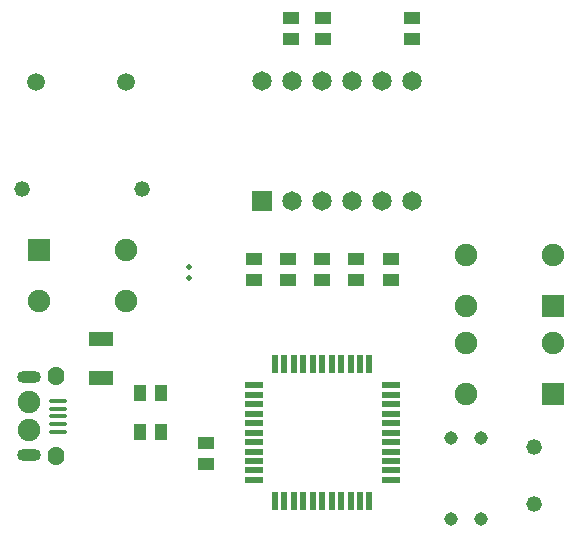
<source format=gtp>
G04 #@! TF.FileFunction,Paste,Top*
%FSLAX46Y46*%
G04 Gerber Fmt 4.6, Leading zero omitted, Abs format (unit mm)*
G04 Created by KiCad (PCBNEW 4.0.6) date 2018 January 08, Monday 16:40:28*
%MOMM*%
%LPD*%
G01*
G04 APERTURE LIST*
%ADD10C,0.100000*%
%ADD11R,2.032000X1.270000*%
%ADD12R,1.397000X1.016000*%
%ADD13R,1.905000X1.905000*%
%ADD14C,1.905000*%
%ADD15R,1.016000X1.397000*%
%ADD16C,0.497840*%
%ADD17R,1.498600X0.497840*%
%ADD18R,0.497840X1.498600*%
%ADD19R,1.651000X1.651000*%
%ADD20C,1.651000*%
%ADD21O,1.498600X0.398780*%
%ADD22O,1.399540X1.597660*%
%ADD23O,2.032000X1.016000*%
%ADD24C,1.899920*%
%ADD25C,1.498600*%
%ADD26C,1.320800*%
%ADD27C,1.143000*%
G04 APERTURE END LIST*
D10*
D11*
X124600000Y-80251000D03*
X124600000Y-76949000D03*
D12*
X133500000Y-87589000D03*
X133500000Y-85811000D03*
D13*
X119317000Y-69441000D03*
D14*
X119317000Y-73759000D03*
X126683000Y-73759000D03*
X126683000Y-69441000D03*
D13*
X162863000Y-81639000D03*
D14*
X162863000Y-77321000D03*
X155497000Y-77321000D03*
X155497000Y-81639000D03*
D13*
X162863000Y-74139000D03*
D14*
X162863000Y-69821000D03*
X155497000Y-69821000D03*
X155497000Y-74139000D03*
D15*
X127911000Y-81500000D03*
X129689000Y-81500000D03*
X127911000Y-84800000D03*
X129689000Y-84800000D03*
D16*
X132000000Y-71762280D03*
X132000000Y-70837720D03*
D12*
X137500000Y-71989000D03*
X137500000Y-70211000D03*
X140400000Y-71989000D03*
X140400000Y-70211000D03*
X143300000Y-71989000D03*
X143300000Y-70211000D03*
X146200000Y-71989000D03*
X146200000Y-70211000D03*
X149100000Y-71989000D03*
X149100000Y-70211000D03*
X140700000Y-49811000D03*
X140700000Y-51589000D03*
X143400000Y-49811000D03*
X143400000Y-51589000D03*
X150900000Y-49811000D03*
X150900000Y-51589000D03*
D17*
X137501180Y-80902040D03*
X137501180Y-81702140D03*
X137501180Y-82502240D03*
X137501180Y-83302340D03*
X137501180Y-84102440D03*
X137501180Y-84900000D03*
X137501180Y-85697560D03*
X137501180Y-86497660D03*
X137501180Y-87297760D03*
X137501180Y-88097860D03*
X137501180Y-88897960D03*
D18*
X139302040Y-90698820D03*
X140102140Y-90698820D03*
X140902240Y-90698820D03*
X141702340Y-90698820D03*
X142502440Y-90698820D03*
X143300000Y-90698820D03*
X144097560Y-90698820D03*
X144897660Y-90698820D03*
X145697760Y-90698820D03*
X146497860Y-90698820D03*
X147297960Y-90698820D03*
D17*
X149098820Y-88897960D03*
X149098820Y-88097860D03*
X149098820Y-87297760D03*
X149098820Y-86497660D03*
X149098820Y-85697560D03*
X149098820Y-84900000D03*
X149098820Y-84102440D03*
X149098820Y-83302340D03*
X149098820Y-82502240D03*
X149098820Y-81702140D03*
X149098820Y-80902040D03*
D18*
X147297960Y-79101180D03*
X146497860Y-79101180D03*
X145697760Y-79101180D03*
X144897660Y-79101180D03*
X144097560Y-79101180D03*
X143300000Y-79101180D03*
X142502440Y-79101180D03*
X141702340Y-79101180D03*
X140902240Y-79101180D03*
X140102140Y-79101180D03*
X139302040Y-79101180D03*
D19*
X138200000Y-65300000D03*
D20*
X140740000Y-65300000D03*
X143280000Y-65300000D03*
X145820000Y-65300000D03*
X148360000Y-65300000D03*
X150900000Y-65300000D03*
X150900000Y-55140000D03*
X148360000Y-55140000D03*
X145820000Y-55140000D03*
X143280000Y-55140000D03*
X140740000Y-55140000D03*
X138200000Y-55140000D03*
D21*
X120925700Y-82203180D03*
X120925700Y-82853420D03*
X120925700Y-83501120D03*
X120925700Y-84148820D03*
X120925700Y-84799060D03*
D22*
X120747900Y-80102600D03*
D23*
X118500000Y-80201660D03*
D24*
X118500000Y-82302240D03*
X118500000Y-84700000D03*
D23*
X118500000Y-86800580D03*
D22*
X120747900Y-86899640D03*
D25*
X119100160Y-55200000D03*
X126699840Y-55200000D03*
D26*
X117847000Y-64300000D03*
X128007000Y-64300000D03*
D27*
X154230000Y-92240000D03*
X156770000Y-92240000D03*
X154230000Y-85360000D03*
X156770000Y-85360000D03*
D26*
X161240000Y-90933000D03*
X161240000Y-86107000D03*
M02*

</source>
